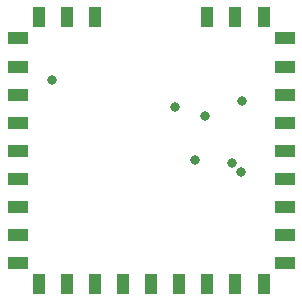
<source format=gbs>
%TF.GenerationSoftware,KiCad,Pcbnew,9.0.1*%
%TF.CreationDate,2025-12-15T21:38:02-06:00*%
%TF.ProjectId,ProtoCore_v1,50726f74-6f43-46f7-9265-5f76312e6b69,rev?*%
%TF.SameCoordinates,Original*%
%TF.FileFunction,Soldermask,Bot*%
%TF.FilePolarity,Negative*%
%FSLAX46Y46*%
G04 Gerber Fmt 4.6, Leading zero omitted, Abs format (unit mm)*
G04 Created by KiCad (PCBNEW 9.0.1) date 2025-12-15 21:38:02*
%MOMM*%
%LPD*%
G01*
G04 APERTURE LIST*
%ADD10R,1.750000X1.000000*%
%ADD11R,1.000000X1.750000*%
%ADD12C,0.800000*%
G04 APERTURE END LIST*
D10*
%TO.C,MOD1*%
X138675000Y-109500000D03*
X138675000Y-107125000D03*
X138675000Y-104750000D03*
X138675000Y-102375000D03*
X138675000Y-100000000D03*
X138675000Y-97625000D03*
X138675000Y-95250000D03*
X138675000Y-92875000D03*
X138675000Y-90500000D03*
D11*
X140500000Y-88675000D03*
X142875000Y-88675000D03*
X145250000Y-88675000D03*
X154750000Y-88675000D03*
X157125000Y-88675000D03*
X159500000Y-88675000D03*
D10*
X161325000Y-90500000D03*
X161325000Y-92875000D03*
X161325000Y-95250000D03*
X161325000Y-97625000D03*
X161325000Y-100000000D03*
X161325000Y-102375000D03*
X161325000Y-104750000D03*
X161325000Y-107125000D03*
X161325000Y-109500000D03*
D11*
X159500000Y-111325000D03*
X157125000Y-111325000D03*
X154750000Y-111325000D03*
X152375000Y-111325000D03*
X150000000Y-111325000D03*
X147625000Y-111325000D03*
X145250000Y-111325000D03*
X142875000Y-111325000D03*
X140500000Y-111325000D03*
%TD*%
D12*
%TO.C,TP13*%
X157575000Y-101825000D03*
%TD*%
%TO.C,TP7*%
X156800000Y-101025000D03*
%TD*%
%TO.C,TP12*%
X154550000Y-97025000D03*
%TD*%
%TO.C,TP21*%
X141600000Y-94000000D03*
%TD*%
%TO.C,TP22*%
X151975000Y-96300000D03*
%TD*%
%TO.C,TP2*%
X157650000Y-95800000D03*
%TD*%
%TO.C,TP3*%
X153725000Y-100750000D03*
%TD*%
M02*

</source>
